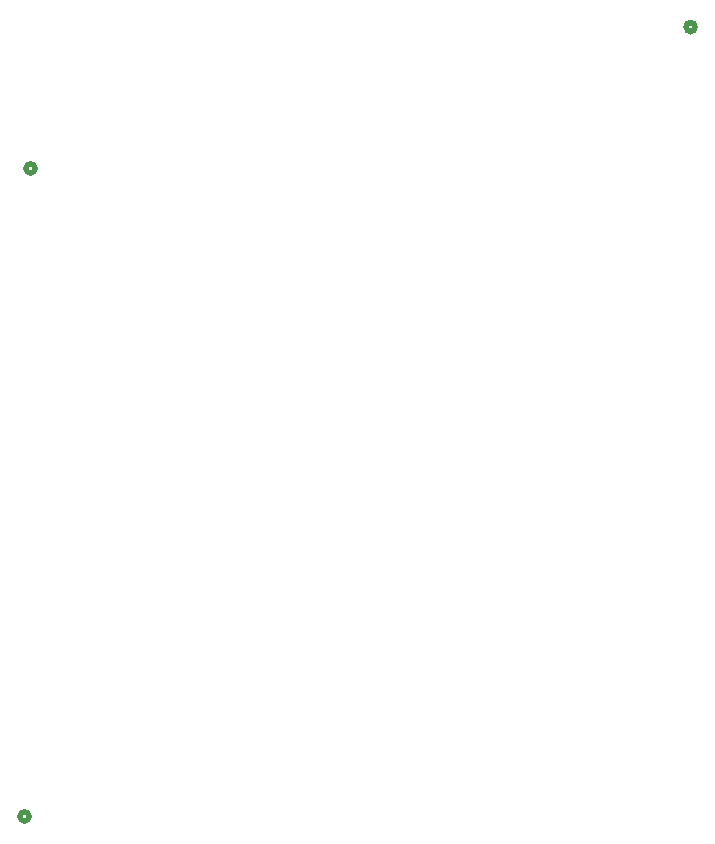
<source format=gbo>
G04*
G04 #@! TF.GenerationSoftware,Altium Limited,Altium Designer,22.9.1 (49)*
G04*
G04 Layer_Color=32896*
%FSLAX25Y25*%
%MOIN*%
G70*
G04*
G04 #@! TF.SameCoordinates,F90F1F70-A081-4BF1-957E-811509834440*
G04*
G04*
G04 #@! TF.FilePolarity,Positive*
G04*
G01*
G75*
%ADD10C,0.02000*%
D10*
X261500Y280562D02*
G03*
X261500Y280562I-1500J0D01*
G01*
X39500Y17438D02*
G03*
X39500Y17438I-1500J0D01*
G01*
X41500Y233438D02*
G03*
X41500Y233438I-1500J0D01*
G01*
M02*

</source>
